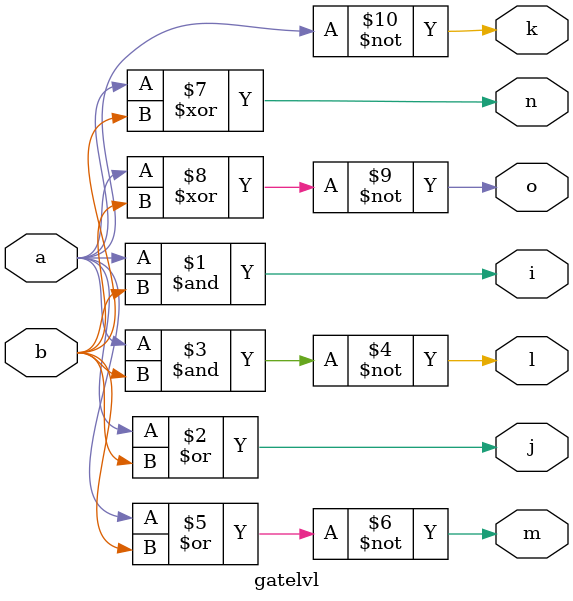
<source format=v>
module gatelvl(a,b,i,j,k,l,m,n,o);
  input a,b;
  output i,j,k,l,m,n,o;
  and(i,a,b);
  or(j,a,b);
  not(k,a);
  nand(l,a,b);
  nor(m,a,b);
  xor(n,a,b);
  xnor(o,a,b);
endmodule

</source>
